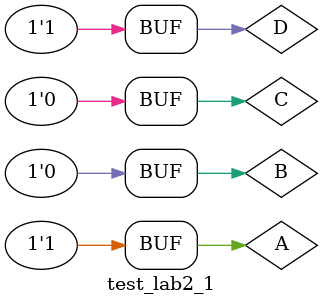
<source format=v>
`timescale 1ns / 1ps


module test_lab2_1;

wire W, X, Y, Z;
reg A, B, C, D;

lab2_1 U2(.w(W), .x(X), .y(Y), .z(Z), .a(A), .b(B), .c(C), .d(D));

initial
begin
A=0;B=0;C=0;D=0;
#10 A=0;B=0;C=0;D=1;
#10 A=0;B=0;C=1;D=0;
#10 A=0;B=0;C=1;D=1;
#10 A=0;B=1;C=0;D=0;
#10 A=0;B=1;C=0;D=1;
#10 A=0;B=1;C=1;D=0;
#10 A=0;B=1;C=1;D=1;
#10 A=1;B=0;C=0;D=0;
#10 A=1;B=0;C=0;D=1;
end

endmodule

</source>
